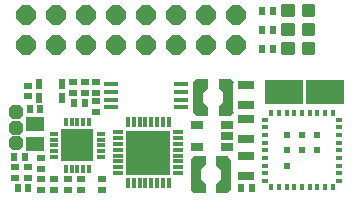
<source format=gts>
G75*
%MOIN*%
%OFA0B0*%
%FSLAX24Y24*%
%IPPOS*%
%LPD*%
%AMOC8*
5,1,8,0,0,1.08239X$1,22.5*
%
%ADD10R,0.0276X0.0197*%
%ADD11R,0.0552X0.0316*%
%ADD12R,0.0631X0.0473*%
%ADD13R,0.0340X0.1040*%
%ADD14R,0.0390X0.0140*%
%ADD15R,0.0190X0.0215*%
%ADD16R,0.0181X0.0181*%
%ADD17R,0.0252X0.0252*%
%ADD18R,0.0197X0.0276*%
%ADD19R,0.0512X0.0178*%
%ADD20R,0.0316X0.0138*%
%ADD21R,0.0138X0.0316*%
%ADD22R,0.1064X0.1064*%
%ADD23R,0.0146X0.0375*%
%ADD24R,0.0375X0.0146*%
%ADD25R,0.1516X0.1516*%
%ADD26R,0.0158X0.0197*%
%ADD27R,0.0197X0.0158*%
%ADD28R,0.0237X0.0237*%
%ADD29R,0.1300X0.0827*%
%ADD30R,0.0213X0.0351*%
%ADD31R,0.0440X0.0260*%
%ADD32OC8,0.0476*%
%ADD33OC8,0.0640*%
%ADD34C,0.0130*%
D10*
X001981Y003281D03*
X001981Y003635D03*
X001981Y003989D03*
X001981Y004344D03*
X001548Y004029D03*
X001548Y003675D03*
X001115Y003675D03*
X001115Y004029D03*
X002414Y003635D03*
X002414Y003281D03*
X002887Y003281D03*
X003320Y003281D03*
X003320Y003635D03*
X002887Y003635D03*
X004028Y003635D03*
X004028Y003281D03*
X003831Y005879D03*
X003831Y006234D03*
X003831Y006509D03*
X003831Y006863D03*
X003438Y006863D03*
X003438Y006509D03*
X003044Y006509D03*
X003044Y006863D03*
X001548Y006745D03*
X001548Y006391D03*
D11*
X008831Y006115D03*
X008831Y005643D03*
X008831Y004974D03*
X008831Y004423D03*
X008831Y003753D03*
X008831Y006785D03*
D12*
X001784Y005486D03*
X001784Y004816D03*
D13*
X007150Y003785D03*
X008150Y003785D03*
X008229Y006360D03*
X007229Y006360D03*
D14*
X007354Y006910D03*
X008104Y006910D03*
X008104Y005810D03*
X007354Y005810D03*
X007275Y004335D03*
X008025Y004335D03*
X008025Y003235D03*
X007275Y003235D03*
D15*
X007375Y003372D03*
X007925Y003372D03*
X007925Y004197D03*
X007375Y004197D03*
X007454Y005947D03*
X008004Y005947D03*
X008004Y006772D03*
X007454Y006772D03*
D16*
G36*
X007306Y006860D02*
X007179Y006733D01*
X007052Y006860D01*
X007179Y006987D01*
X007306Y006860D01*
G37*
G36*
X008152Y006860D02*
X008279Y006987D01*
X008406Y006860D01*
X008279Y006733D01*
X008152Y006860D01*
G37*
G36*
X008152Y005859D02*
X008279Y005986D01*
X008406Y005859D01*
X008279Y005732D01*
X008152Y005859D01*
G37*
G36*
X007306Y005859D02*
X007179Y005732D01*
X007052Y005859D01*
X007179Y005986D01*
X007306Y005859D01*
G37*
G36*
X007227Y004285D02*
X007100Y004158D01*
X006973Y004285D01*
X007100Y004412D01*
X007227Y004285D01*
G37*
G36*
X008074Y004285D02*
X008201Y004412D01*
X008328Y004285D01*
X008201Y004158D01*
X008074Y004285D01*
G37*
G36*
X008074Y003284D02*
X008201Y003411D01*
X008328Y003284D01*
X008201Y003157D01*
X008074Y003284D01*
G37*
G36*
X007227Y003284D02*
X007100Y003157D01*
X006973Y003284D01*
X007100Y003411D01*
X007227Y003284D01*
G37*
D17*
G36*
X007478Y003461D02*
X007300Y003283D01*
X007122Y003461D01*
X007300Y003639D01*
X007478Y003461D01*
G37*
G36*
X007822Y003461D02*
X008000Y003639D01*
X008178Y003461D01*
X008000Y003283D01*
X007822Y003461D01*
G37*
G36*
X007822Y004109D02*
X008000Y004287D01*
X008178Y004109D01*
X008000Y003931D01*
X007822Y004109D01*
G37*
G36*
X007478Y004109D02*
X007300Y003931D01*
X007122Y004109D01*
X007300Y004287D01*
X007478Y004109D01*
G37*
G36*
X007557Y006036D02*
X007379Y005858D01*
X007201Y006036D01*
X007379Y006214D01*
X007557Y006036D01*
G37*
G36*
X007901Y006036D02*
X008079Y006214D01*
X008257Y006036D01*
X008079Y005858D01*
X007901Y006036D01*
G37*
G36*
X007901Y006684D02*
X008079Y006862D01*
X008257Y006684D01*
X008079Y006506D01*
X007901Y006684D01*
G37*
G36*
X007557Y006684D02*
X007379Y006506D01*
X007201Y006684D01*
X007379Y006862D01*
X007557Y006684D01*
G37*
D18*
X009363Y007986D03*
X009717Y007986D03*
X009717Y008615D03*
X009363Y008615D03*
X009363Y009245D03*
X009717Y009245D03*
X003457Y006175D03*
X003103Y006175D03*
X001961Y005978D03*
X001607Y005978D03*
X001450Y004363D03*
X001095Y004363D03*
X001213Y003340D03*
X001568Y003340D03*
X008654Y003340D03*
X009009Y003340D03*
D19*
X006637Y006027D03*
X006637Y006283D03*
X006637Y006539D03*
X006637Y006795D03*
X004333Y006795D03*
X004333Y006539D03*
X004333Y006283D03*
X004333Y006027D03*
D20*
X003989Y005151D03*
X003989Y004954D03*
X003989Y004757D03*
X003989Y004560D03*
X003989Y004363D03*
X002414Y004363D03*
X002414Y004560D03*
X002414Y004757D03*
X002414Y004954D03*
X002414Y005151D03*
D21*
X002808Y005545D03*
X003005Y005545D03*
X003202Y005545D03*
X003398Y005545D03*
X003595Y005545D03*
X003595Y003970D03*
X003398Y003970D03*
X003202Y003970D03*
X003005Y003970D03*
X002808Y003970D03*
D22*
X003202Y004757D03*
D23*
X004879Y005525D03*
X005075Y005525D03*
X005270Y005525D03*
X005466Y005525D03*
X005662Y005525D03*
X005857Y005525D03*
X006053Y005525D03*
X006249Y005525D03*
X006249Y003517D03*
X006053Y003517D03*
X005857Y003517D03*
X005662Y003517D03*
X005466Y003517D03*
X005270Y003517D03*
X005075Y003517D03*
X004879Y003517D03*
D24*
X004560Y003836D03*
X004560Y004032D03*
X004560Y004227D03*
X004560Y004423D03*
X004560Y004619D03*
X004560Y004814D03*
X004560Y005010D03*
X004560Y005206D03*
X006568Y005206D03*
X006568Y005010D03*
X006568Y004814D03*
X006568Y004619D03*
X006568Y004423D03*
X006568Y004227D03*
X006568Y004032D03*
X006568Y003836D03*
D25*
X005564Y004521D03*
D26*
X009658Y003360D03*
X009914Y003360D03*
X010170Y003360D03*
X010426Y003360D03*
X010682Y003360D03*
X010938Y003360D03*
X011194Y003360D03*
X011450Y003360D03*
X011705Y003360D03*
X011705Y005840D03*
X011450Y005840D03*
X011194Y005840D03*
X010938Y005840D03*
X010682Y005840D03*
X010426Y005840D03*
X010170Y005840D03*
X009914Y005840D03*
X009658Y005840D03*
D27*
X009442Y005623D03*
X009442Y005367D03*
X009442Y005112D03*
X009442Y004856D03*
X009442Y004600D03*
X009442Y004344D03*
X009442Y004088D03*
X009442Y003832D03*
X009442Y003576D03*
X011922Y003576D03*
X011922Y003832D03*
X011922Y004088D03*
X011922Y004344D03*
X011922Y004600D03*
X011922Y004856D03*
X011922Y005112D03*
X011922Y005367D03*
X011922Y005623D03*
D28*
X011194Y005112D03*
X010682Y005112D03*
X010170Y005112D03*
X010170Y004600D03*
X010682Y004600D03*
X011194Y004600D03*
X010170Y004088D03*
D29*
X010091Y006529D03*
X011469Y006529D03*
D30*
X002678Y006334D03*
X002678Y006802D03*
X001914Y006802D03*
X001914Y006334D03*
D31*
X007180Y005442D03*
X007180Y004702D03*
X008200Y004702D03*
X008200Y005072D03*
X008200Y005442D03*
D32*
X001158Y005348D03*
X001158Y005860D03*
X001158Y004836D03*
D33*
X001473Y008115D03*
X002473Y008115D03*
X003473Y008115D03*
X004473Y008115D03*
X005473Y008115D03*
X006473Y008115D03*
X007473Y008115D03*
X008473Y008115D03*
X008473Y009115D03*
X007473Y009115D03*
X006473Y009115D03*
X005473Y009115D03*
X004473Y009115D03*
X003473Y009115D03*
X002473Y009115D03*
X001473Y009115D03*
D34*
X010370Y009093D02*
X010370Y009397D01*
X010370Y009093D02*
X010066Y009093D01*
X010066Y009397D01*
X010370Y009397D01*
X010370Y009222D02*
X010066Y009222D01*
X010066Y009351D02*
X010370Y009351D01*
X011061Y009397D02*
X011061Y009093D01*
X010757Y009093D01*
X010757Y009397D01*
X011061Y009397D01*
X011061Y009222D02*
X010757Y009222D01*
X010757Y009351D02*
X011061Y009351D01*
X011061Y008767D02*
X011061Y008463D01*
X010757Y008463D01*
X010757Y008767D01*
X011061Y008767D01*
X011061Y008592D02*
X010757Y008592D01*
X010757Y008721D02*
X011061Y008721D01*
X010370Y008767D02*
X010370Y008463D01*
X010066Y008463D01*
X010066Y008767D01*
X010370Y008767D01*
X010370Y008592D02*
X010066Y008592D01*
X010066Y008721D02*
X010370Y008721D01*
X010370Y008138D02*
X010370Y007834D01*
X010066Y007834D01*
X010066Y008138D01*
X010370Y008138D01*
X010370Y007963D02*
X010066Y007963D01*
X010066Y008092D02*
X010370Y008092D01*
X011061Y008138D02*
X011061Y007834D01*
X010757Y007834D01*
X010757Y008138D01*
X011061Y008138D01*
X011061Y007963D02*
X010757Y007963D01*
X010757Y008092D02*
X011061Y008092D01*
M02*

</source>
